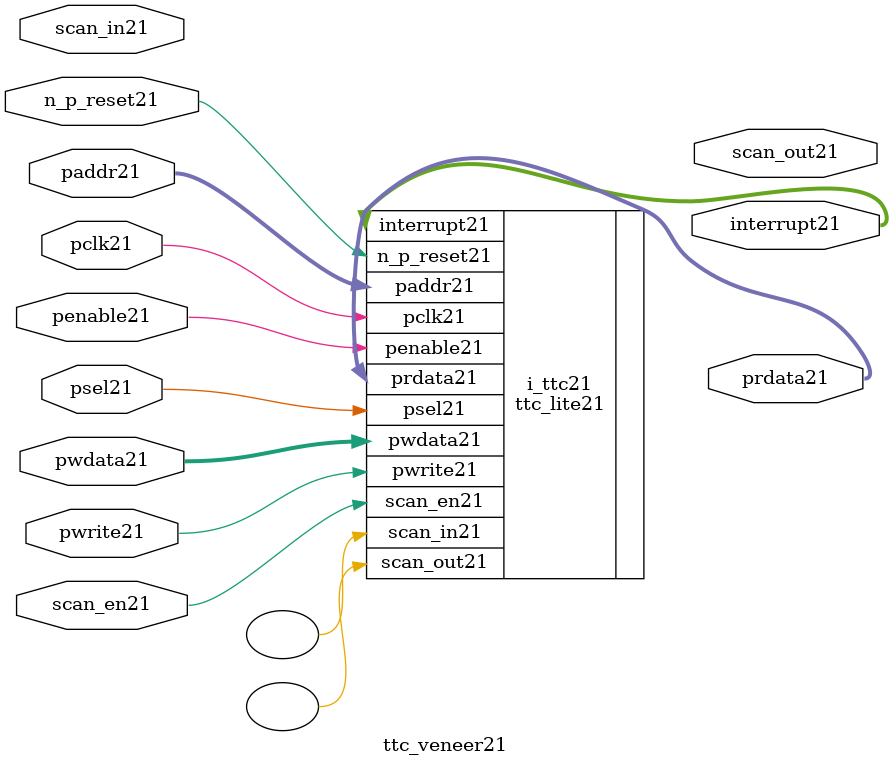
<source format=v>
module ttc_veneer21 (
           
           //inputs21
           n_p_reset21,
           pclk21,
           psel21,
           penable21,
           pwrite21,
           pwdata21,
           paddr21,
           scan_in21,
           scan_en21,

           //outputs21
           prdata21,
           interrupt21,
           scan_out21           

           );


//-----------------------------------------------------------------------------
// PORT DECLARATIONS21
//-----------------------------------------------------------------------------

   input         n_p_reset21;            //System21 Reset21
   input         pclk21;                 //System21 clock21
   input         psel21;                 //Select21 line
   input         penable21;              //Enable21
   input         pwrite21;               //Write line, 1 for write, 0 for read
   input [31:0]  pwdata21;               //Write data
   input [7:0]   paddr21;                //Address Bus21 register
   input         scan_in21;              //Scan21 chain21 input port
   input         scan_en21;              //Scan21 chain21 enable port
   
   output [31:0] prdata21;               //Read Data from the APB21 Interface21
   output [3:1]  interrupt21;            //Interrupt21 from PCI21 
   output        scan_out21;             //Scan21 chain21 output port

//##############################################################################
// if the TTC21 is NOT21 black21 boxed21 
//##############################################################################
`ifndef FV_KIT_BLACK_BOX_TTC21 

ttc_lite21 i_ttc21(

   //inputs21
   .n_p_reset21(n_p_reset21),
   .pclk21(pclk21),
   .psel21(psel21),
   .penable21(penable21),
   .pwrite21(pwrite21),
   .pwdata21(pwdata21),
   .paddr21(paddr21),
   .scan_in21(),
   .scan_en21(scan_en21),

   //outputs21
   .prdata21(prdata21),
   .interrupt21(interrupt21),
   .scan_out21()
);

`else 
//##############################################################################
// if the TTC21 is black21 boxed21 
//##############################################################################

   wire          n_p_reset21;            //System21 Reset21
   wire          pclk21;                 //System21 clock21
   wire          psel21;                 //Select21 line
   wire          penable21;              //Enable21
   wire          pwrite21;               //Write line, 1 for write, 0 for read
   wire  [31:0]  pwdata21;               //Write data
   wire  [7:0]   paddr21;                //Address Bus21 register
   wire          scan_in21;              //Scan21 chain21 wire  port
   wire          scan_en21;              //Scan21 chain21 enable port
   
   reg    [31:0] prdata21;               //Read Data from the APB21 Interface21
   reg    [3:1]  interrupt21;            //Interrupt21 from PCI21 
   reg           scan_out21;             //Scan21 chain21 reg    port

`endif
//##############################################################################
// black21 boxed21 defines21 
//##############################################################################

endmodule

</source>
